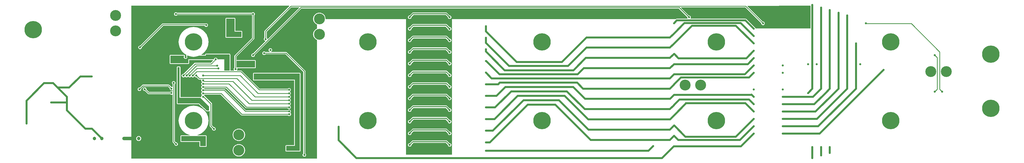
<source format=gbl>
G04*
G04 #@! TF.GenerationSoftware,Altium Limited,Altium Designer,18.1.9 (240)*
G04*
G04 Layer_Physical_Order=2*
G04 Layer_Color=16711680*
%FSLAX42Y42*%
%MOMM*%
G71*
G01*
G75*
%ADD13C,0.25*%
%ADD96C,0.70*%
%ADD99C,0.35*%
%ADD100C,1.20*%
%ADD101C,3.76*%
%ADD102C,6.00*%
%ADD103C,0.70*%
G36*
X19221Y15318D02*
X18378Y14475D01*
X18369Y14462D01*
X18366Y14447D01*
Y14222D01*
X18361Y14219D01*
X18348Y14199D01*
X18343Y14175D01*
X18348Y14151D01*
X18361Y14131D01*
X18381Y14118D01*
X18396Y14115D01*
X18400Y14101D01*
X17979Y13680D01*
X17974Y13682D01*
X17950Y13677D01*
X17930Y13664D01*
X17917Y13644D01*
X17912Y13620D01*
X17917Y13596D01*
X17930Y13576D01*
X17950Y13563D01*
X17974Y13558D01*
X17997Y13563D01*
X18017Y13576D01*
X18030Y13596D01*
X18035Y13620D01*
X18034Y13626D01*
X19640Y15231D01*
X32629D01*
X32925Y14936D01*
X32923Y14930D01*
X32928Y14906D01*
X32936Y14894D01*
X32929Y14882D01*
X32790D01*
X32560D01*
X32536Y14877D01*
X32526Y14870D01*
X24825Y14870D01*
Y10180D01*
X23235D01*
Y14870D01*
X20474Y14870D01*
X20469Y14875D01*
X20465Y14917D01*
X20453Y14957D01*
X20433Y14994D01*
X20407Y15027D01*
X20374Y15053D01*
X20337Y15073D01*
X20297Y15085D01*
X20255Y15089D01*
X20213Y15085D01*
X20173Y15073D01*
X20170Y15072D01*
D01*
X20164Y15069D01*
X20136Y15053D01*
X20103Y15027D01*
X20077Y14994D01*
X20057Y14957D01*
X20045Y14917D01*
X20041Y14875D01*
Y14875D01*
X20045Y14833D01*
X20057Y14793D01*
X20077Y14756D01*
X20103Y14723D01*
X20136Y14697D01*
X20170Y14678D01*
Y14538D01*
X20136Y14519D01*
X20103Y14493D01*
X20077Y14460D01*
X20057Y14423D01*
X20045Y14383D01*
X20041Y14341D01*
X20045Y14299D01*
X20057Y14259D01*
X20077Y14222D01*
X20103Y14189D01*
X20136Y14163D01*
X20170Y14144D01*
X20170Y10050D01*
X13785Y10050D01*
Y10685D01*
X13525Y10685D01*
Y10805D01*
X13785Y10805D01*
X13785Y15330D01*
X19216Y15330D01*
X19221Y15318D01*
D02*
G37*
G36*
X37168Y15319D02*
Y14870D01*
Y14545D01*
X35271D01*
X35269Y14547D01*
X35267Y14558D01*
X35254Y14578D01*
X34968Y14864D01*
X34948Y14877D01*
X34943Y14878D01*
X34924Y14882D01*
X33041Y14882D01*
X33034Y14894D01*
X33042Y14906D01*
X33047Y14930D01*
X33042Y14954D01*
X33029Y14974D01*
X33009Y14987D01*
X32985Y14992D01*
X32979Y14990D01*
X32706Y15264D01*
X32710Y15276D01*
X34919D01*
X35305Y14890D01*
X35470Y14726D01*
X35468Y14720D01*
X35473Y14696D01*
X35486Y14676D01*
X35506Y14663D01*
X35530Y14658D01*
X35554Y14663D01*
X35574Y14676D01*
X35587Y14696D01*
X35592Y14720D01*
X35587Y14744D01*
X35574Y14764D01*
X35554Y14777D01*
X35530Y14782D01*
X35524Y14780D01*
X35426Y14879D01*
D01*
X34990Y15315D01*
X34995Y15327D01*
X37159Y15328D01*
X37168Y15319D01*
D02*
G37*
G36*
X19563Y15264D02*
X18479Y14180D01*
X18465Y14184D01*
X18462Y14199D01*
X18449Y14219D01*
X18444Y14222D01*
Y14431D01*
X19289Y15276D01*
X19558D01*
X19563Y15264D01*
D02*
G37*
%LPC*%
G36*
X17975Y15107D02*
X17951Y15102D01*
X17931Y15089D01*
X17928Y15084D01*
X15362D01*
X15359Y15089D01*
X15339Y15102D01*
X15315Y15107D01*
X15291Y15102D01*
X15271Y15089D01*
X15258Y15069D01*
X15253Y15045D01*
X15258Y15021D01*
X15271Y15001D01*
X15291Y14988D01*
X15315Y14983D01*
X15339Y14988D01*
X15359Y15001D01*
X15362Y15006D01*
X17928D01*
X17931Y15001D01*
X17936Y14998D01*
Y14216D01*
X17343Y13622D01*
X17334Y13610D01*
X17331Y13595D01*
Y13187D01*
X17326Y13184D01*
X17313Y13164D01*
X17308Y13140D01*
X17313Y13116D01*
X17323Y13102D01*
X17317Y13089D01*
X17191D01*
Y13640D01*
X17189Y13650D01*
X17187Y13655D01*
X17181Y13663D01*
X17173Y13669D01*
X17163Y13671D01*
X16350D01*
X16340Y13669D01*
X16332Y13663D01*
X16326Y13655D01*
X16324Y13645D01*
Y13631D01*
X16253D01*
X16250Y13632D01*
X16247Y13631D01*
X16199D01*
X16195Y13644D01*
X16238Y13672D01*
X16288Y13717D01*
X16333Y13767D01*
X16370Y13823D01*
X16400Y13883D01*
X16421Y13947D01*
X16434Y14013D01*
X16439Y14080D01*
X16434Y14147D01*
X16421Y14213D01*
X16400Y14277D01*
X16370Y14337D01*
X16333Y14393D01*
X16288Y14443D01*
X16238Y14488D01*
X16182Y14525D01*
X16122Y14555D01*
X16058Y14576D01*
X15992Y14589D01*
X15925Y14594D01*
X15858Y14589D01*
X15792Y14576D01*
X15728Y14555D01*
X15668Y14525D01*
X15612Y14488D01*
X15562Y14443D01*
X15517Y14393D01*
X15480Y14337D01*
X15450Y14277D01*
X15429Y14213D01*
X15416Y14147D01*
X15411Y14080D01*
X15416Y14013D01*
X15429Y13947D01*
X15450Y13883D01*
X15480Y13823D01*
X15517Y13767D01*
X15562Y13717D01*
X15612Y13672D01*
X15668Y13635D01*
X15676Y13631D01*
X15679Y13628D01*
X15680Y13622D01*
X15680Y13615D01*
X15675Y13605D01*
X15674Y13601D01*
X15672Y13597D01*
Y13596D01*
X15672Y13595D01*
X15672Y13591D01*
Y13587D01*
X15673Y13586D01*
X15673Y13585D01*
X15675Y13581D01*
X15676Y13578D01*
X15683Y13568D01*
X15685Y13555D01*
X15682Y13542D01*
X15675Y13530D01*
X15663Y13522D01*
X15650Y13520D01*
X15637Y13523D01*
X15625Y13530D01*
X15617Y13542D01*
X15615Y13555D01*
X15618Y13568D01*
X15624Y13578D01*
X15625Y13581D01*
X15627Y13585D01*
X15627Y13586D01*
X15628Y13587D01*
Y13591D01*
X15628Y13595D01*
X15628Y13596D01*
Y13597D01*
X15626Y13601D01*
X15625Y13605D01*
X15618Y13617D01*
X15616Y13620D01*
X15614Y13623D01*
X15613Y13624D01*
X15612Y13625D01*
X15609Y13627D01*
X15605Y13629D01*
X15604Y13629D01*
X15603Y13630D01*
X15599Y13630D01*
X15595Y13631D01*
X15125D01*
X15115Y13629D01*
X15107Y13623D01*
X15101Y13615D01*
X15099Y13605D01*
Y13345D01*
X15101Y13335D01*
X15107Y13327D01*
X15115Y13321D01*
X15125Y13319D01*
X15745D01*
X15755Y13321D01*
X15763Y13327D01*
X15769Y13335D01*
X15771Y13345D01*
Y13449D01*
X16588D01*
X16593Y13437D01*
X16515Y13359D01*
X15980D01*
X15965Y13356D01*
X15953Y13347D01*
X15581Y12975D01*
X15575Y12977D01*
X15551Y12972D01*
X15531Y12959D01*
X15518Y12939D01*
X15513Y12915D01*
X15518Y12891D01*
X15531Y12871D01*
X15551Y12858D01*
X15575Y12853D01*
X15599Y12858D01*
X15619Y12871D01*
X15623Y12878D01*
X15636D01*
X15640Y12871D01*
X15660Y12858D01*
X15683Y12853D01*
X15707Y12858D01*
X15727Y12871D01*
X15731Y12878D01*
X15744D01*
X15748Y12871D01*
X15768Y12858D01*
X15792Y12853D01*
X15815Y12858D01*
X15835Y12871D01*
X15839Y12878D01*
X15852D01*
X15856Y12871D01*
X15876Y12858D01*
X15900Y12853D01*
X15924Y12858D01*
X15944Y12871D01*
X15951Y12882D01*
X15966D01*
X15973Y12871D01*
X15993Y12858D01*
X16017Y12853D01*
X16022Y12855D01*
X16089Y12788D01*
X16102Y12779D01*
X16117Y12776D01*
X16184D01*
X16192Y12763D01*
X16188Y12745D01*
X16193Y12721D01*
X16206Y12701D01*
X16216Y12695D01*
Y12683D01*
X16206Y12677D01*
X16193Y12657D01*
X16188Y12633D01*
X16193Y12609D01*
X16206Y12589D01*
X16216Y12583D01*
Y12571D01*
X16206Y12565D01*
X16193Y12545D01*
X16188Y12521D01*
X16193Y12497D01*
X16206Y12477D01*
X16216Y12471D01*
Y12459D01*
X16206Y12453D01*
X16193Y12433D01*
X16188Y12409D01*
X16193Y12385D01*
X16206Y12365D01*
X16216Y12359D01*
Y12347D01*
X16206Y12341D01*
X16193Y12321D01*
X16188Y12297D01*
X16193Y12273D01*
X16206Y12253D01*
X16216Y12247D01*
Y12235D01*
X16206Y12229D01*
X16193Y12209D01*
X16188Y12185D01*
X16191Y12173D01*
X16179Y12166D01*
X16175Y12169D01*
X16165Y12171D01*
X15471D01*
Y13167D01*
X15472Y13170D01*
X15471Y13173D01*
Y13205D01*
X15469Y13215D01*
X15463Y13223D01*
X15455Y13229D01*
X15445Y13231D01*
X15413D01*
X15410Y13232D01*
X15407Y13231D01*
X15375D01*
X15365Y13229D01*
X15357Y13223D01*
X15351Y13215D01*
X15349Y13205D01*
Y13173D01*
X15348Y13170D01*
X15349Y13167D01*
Y12145D01*
X15349Y12068D01*
X15348Y12065D01*
X15349Y12062D01*
X15349Y11962D01*
X15349Y11962D01*
X15349Y11962D01*
X15350Y11957D01*
X15351Y11952D01*
X15351Y11952D01*
X15351Y11952D01*
X15354Y11948D01*
X15357Y11943D01*
X15357Y11943D01*
X15357Y11943D01*
X15366Y11934D01*
X15366Y11934D01*
X15366Y11934D01*
X15370Y11932D01*
X15374Y11929D01*
X15374Y11929D01*
X15374Y11929D01*
X15379Y11928D01*
X15384Y11927D01*
X15384Y11927D01*
X15384Y11927D01*
X16103Y11931D01*
X16362Y11691D01*
X16366Y11689D01*
X16370Y11686D01*
X16370Y11686D01*
X16371Y11686D01*
X16375Y11685D01*
X16380Y11684D01*
X16446Y11684D01*
X16456Y11686D01*
X16464Y11692D01*
X16468Y11696D01*
X16481Y11691D01*
Y11180D01*
X16484Y11165D01*
X16493Y11153D01*
X16565Y11081D01*
X16563Y11075D01*
X16568Y11051D01*
X16581Y11031D01*
X16601Y11018D01*
X16625Y11013D01*
X16649Y11018D01*
X16669Y11031D01*
X16682Y11051D01*
X16687Y11075D01*
X16682Y11099D01*
X16669Y11119D01*
X16649Y11132D01*
X16625Y11137D01*
X16619Y11135D01*
X16559Y11196D01*
Y11940D01*
X16556Y11955D01*
X16547Y11967D01*
X16307Y12208D01*
X16307Y12209D01*
X16294Y12229D01*
X16284Y12235D01*
Y12247D01*
X16294Y12253D01*
X16297Y12258D01*
X16852D01*
X17558Y11553D01*
X17570Y11544D01*
X17585Y11541D01*
X19173D01*
X19176Y11536D01*
X19196Y11523D01*
X19220Y11518D01*
X19244Y11523D01*
X19264Y11536D01*
X19277Y11556D01*
X19282Y11580D01*
X19277Y11604D01*
X19264Y11624D01*
X19262Y11625D01*
X19260Y11639D01*
X19272Y11656D01*
X19277Y11680D01*
X19272Y11704D01*
X19259Y11724D01*
X19239Y11737D01*
X19215Y11742D01*
X19191Y11737D01*
X19171Y11724D01*
X19168Y11719D01*
X17725D01*
X17007Y12436D01*
X16995Y12445D01*
X16980Y12448D01*
X16297D01*
X16294Y12453D01*
X16284Y12459D01*
Y12471D01*
X16294Y12477D01*
X16297Y12482D01*
X17035D01*
X17715Y11803D01*
X17727Y11794D01*
X17742Y11791D01*
X19162D01*
X19171Y11778D01*
X19191Y11764D01*
X19215Y11760D01*
X19239Y11764D01*
X19259Y11778D01*
X19272Y11798D01*
X19277Y11821D01*
X19272Y11845D01*
X19259Y11865D01*
X19244Y11874D01*
X19244Y11889D01*
X19259Y11898D01*
X19272Y11918D01*
X19277Y11942D01*
X19272Y11966D01*
X19259Y11986D01*
X19244Y11995D01*
Y12010D01*
X19259Y12019D01*
X19272Y12039D01*
X19277Y12063D01*
X19272Y12086D01*
X19259Y12106D01*
X19244Y12116D01*
Y12130D01*
X19259Y12140D01*
X19272Y12160D01*
X19277Y12183D01*
X19272Y12207D01*
X19259Y12227D01*
X19244Y12236D01*
Y12251D01*
X19259Y12260D01*
X19272Y12280D01*
X19277Y12304D01*
X19272Y12328D01*
X19259Y12347D01*
X19244Y12357D01*
Y12372D01*
X19259Y12381D01*
X19272Y12401D01*
X19277Y12425D01*
X19272Y12448D01*
X19259Y12468D01*
X19239Y12481D01*
X19215Y12486D01*
X19191Y12481D01*
X19171Y12468D01*
X19168Y12463D01*
X18201D01*
X17587Y13077D01*
X17575Y13086D01*
X17560Y13089D01*
X17423D01*
X17417Y13102D01*
X17427Y13116D01*
X17432Y13140D01*
X17428Y13158D01*
X17436Y13171D01*
X18040D01*
X18050Y13173D01*
X18058Y13179D01*
X18064Y13187D01*
X18066Y13197D01*
Y13425D01*
X18064Y13435D01*
X18058Y13443D01*
X18050Y13449D01*
X18040Y13451D01*
X17409D01*
Y13579D01*
X18002Y14173D01*
X18011Y14185D01*
X18014Y14200D01*
Y14998D01*
X18019Y15001D01*
X18032Y15021D01*
X18037Y15045D01*
X18032Y15069D01*
X18019Y15089D01*
X17999Y15102D01*
X17975Y15107D01*
D02*
G37*
G36*
X24625Y15094D02*
X23480D01*
X23463Y15090D01*
X23449Y15081D01*
X23365Y14997D01*
X23341Y14992D01*
X23321Y14979D01*
X23308Y14959D01*
X23303Y14935D01*
X23308Y14912D01*
X23321Y14892D01*
X23341Y14878D01*
X23365Y14874D01*
X23389Y14878D01*
X23409Y14892D01*
X23422Y14912D01*
X23427Y14935D01*
X23498Y15006D01*
X24607D01*
X24678Y14935D01*
X24683Y14912D01*
X24696Y14892D01*
X24716Y14878D01*
X24740Y14874D01*
X24764Y14878D01*
X24784Y14892D01*
X24797Y14912D01*
X24802Y14935D01*
X24797Y14959D01*
X24784Y14979D01*
X24764Y14992D01*
X24740Y14997D01*
X24656Y15081D01*
X24642Y15090D01*
X24625Y15094D01*
D02*
G37*
G36*
X16360Y14722D02*
X16336Y14717D01*
X16334Y14716D01*
X14869Y14716D01*
X14854Y14713D01*
X14842Y14704D01*
X14088Y13950D01*
X14082Y13952D01*
X14059Y13947D01*
X14039Y13934D01*
X14026Y13914D01*
X14021Y13890D01*
X14026Y13866D01*
X14039Y13846D01*
X14059Y13833D01*
X14082Y13828D01*
X14106Y13833D01*
X14126Y13846D01*
X14139Y13866D01*
X14144Y13890D01*
X14143Y13896D01*
X14885Y14638D01*
X16303Y14638D01*
X16303Y14636D01*
X16316Y14616D01*
X16336Y14603D01*
X16360Y14598D01*
X16384Y14603D01*
X16404Y14616D01*
X16417Y14636D01*
X16422Y14660D01*
X16417Y14684D01*
X16404Y14704D01*
X16384Y14717D01*
X16360Y14722D01*
D02*
G37*
G36*
X24620Y14694D02*
X23481D01*
X23465Y14690D01*
X23450Y14681D01*
X23365Y14595D01*
X23341Y14591D01*
X23321Y14577D01*
X23308Y14557D01*
X23303Y14534D01*
X23308Y14510D01*
X23321Y14490D01*
X23341Y14477D01*
X23365Y14472D01*
X23389Y14477D01*
X23409Y14490D01*
X23422Y14510D01*
X23427Y14533D01*
X23499Y14606D01*
X24602D01*
X24678Y14530D01*
X24683Y14506D01*
X24696Y14486D01*
X24716Y14473D01*
X24740Y14468D01*
X24764Y14473D01*
X24784Y14486D01*
X24797Y14506D01*
X24802Y14530D01*
X24797Y14554D01*
X24784Y14574D01*
X24764Y14587D01*
X24740Y14592D01*
X24651Y14681D01*
X24637Y14690D01*
X24620Y14694D01*
D02*
G37*
G36*
X17335Y14911D02*
X17050D01*
X17040Y14909D01*
X17031Y14903D01*
X17026Y14895D01*
X17024Y14885D01*
Y14250D01*
X17026Y14240D01*
X17031Y14232D01*
X17040Y14226D01*
X17050Y14224D01*
X17575D01*
X17585Y14226D01*
X17593Y14232D01*
X17599Y14240D01*
X17601Y14250D01*
Y14435D01*
X17599Y14445D01*
X17593Y14453D01*
X17585Y14459D01*
X17575Y14461D01*
X17361D01*
Y14885D01*
X17359Y14895D01*
X17353Y14903D01*
X17345Y14909D01*
X17335Y14911D01*
D02*
G37*
G36*
X24627Y14289D02*
X23478D01*
X23461Y14285D01*
X23447Y14276D01*
X23365Y14194D01*
X23341Y14189D01*
X23321Y14176D01*
X23308Y14156D01*
X23303Y14132D01*
X23308Y14109D01*
X23321Y14089D01*
X23341Y14076D01*
X23365Y14071D01*
X23389Y14076D01*
X23409Y14089D01*
X23422Y14109D01*
X23427Y14132D01*
X23496Y14201D01*
X24609D01*
X24678Y14132D01*
X24683Y14109D01*
X24696Y14089D01*
X24716Y14075D01*
X24740Y14071D01*
X24764Y14075D01*
X24784Y14089D01*
X24797Y14109D01*
X24802Y14132D01*
X24797Y14156D01*
X24784Y14176D01*
X24764Y14189D01*
X24740Y14194D01*
X24658Y14276D01*
X24644Y14285D01*
X24627Y14289D01*
D02*
G37*
G36*
X18570Y13862D02*
X18546Y13857D01*
X18526Y13844D01*
X18513Y13824D01*
X18508Y13800D01*
X18513Y13776D01*
X18526Y13756D01*
X18546Y13743D01*
X18554Y13742D01*
X18553Y13729D01*
X18402D01*
X18399Y13734D01*
X18379Y13747D01*
X18355Y13752D01*
X18331Y13747D01*
X18311Y13734D01*
X18298Y13714D01*
X18293Y13690D01*
X18298Y13666D01*
X18311Y13646D01*
X18331Y13633D01*
X18355Y13628D01*
X18379Y13633D01*
X18399Y13646D01*
X18402Y13651D01*
X19094D01*
X19701Y13044D01*
Y10224D01*
X19696Y10221D01*
X19683Y10201D01*
X19678Y10177D01*
X19683Y10154D01*
X19696Y10134D01*
X19716Y10120D01*
X19740Y10116D01*
X19764Y10120D01*
X19784Y10134D01*
X19797Y10154D01*
X19802Y10177D01*
X19797Y10201D01*
X19784Y10221D01*
X19779Y10224D01*
Y13060D01*
X19776Y13075D01*
X19767Y13088D01*
X19137Y13717D01*
X19125Y13726D01*
X19110Y13729D01*
X18587D01*
X18586Y13742D01*
X18594Y13743D01*
X18614Y13756D01*
X18627Y13776D01*
X18632Y13800D01*
X18627Y13824D01*
X18614Y13844D01*
X18594Y13857D01*
X18570Y13862D01*
D02*
G37*
G36*
X24626Y13889D02*
X23479D01*
X23462Y13885D01*
X23448Y13876D01*
X23365Y13793D01*
X23341Y13788D01*
X23321Y13775D01*
X23308Y13755D01*
X23303Y13731D01*
X23308Y13707D01*
X23321Y13687D01*
X23341Y13674D01*
X23365Y13669D01*
X23389Y13674D01*
X23409Y13687D01*
X23422Y13707D01*
X23427Y13731D01*
X23497Y13801D01*
X24608D01*
X24678Y13731D01*
X24683Y13707D01*
X24696Y13687D01*
X24716Y13674D01*
X24740Y13669D01*
X24764Y13674D01*
X24784Y13687D01*
X24797Y13707D01*
X24802Y13731D01*
X24797Y13755D01*
X24784Y13775D01*
X24764Y13788D01*
X24740Y13792D01*
X24657Y13876D01*
X24643Y13885D01*
X24626Y13889D01*
D02*
G37*
G36*
X24625Y13489D02*
X23480D01*
X23464Y13485D01*
X23449Y13476D01*
X23365Y13391D01*
X23341Y13386D01*
X23321Y13373D01*
X23308Y13353D01*
X23303Y13330D01*
X23308Y13306D01*
X23321Y13286D01*
X23341Y13273D01*
X23365Y13268D01*
X23389Y13273D01*
X23409Y13286D01*
X23422Y13306D01*
X23427Y13329D01*
X23499Y13401D01*
X24607D01*
X24678Y13329D01*
X24683Y13306D01*
X24696Y13286D01*
X24716Y13273D01*
X24740Y13268D01*
X24764Y13273D01*
X24784Y13286D01*
X24797Y13306D01*
X24802Y13330D01*
X24797Y13353D01*
X24784Y13373D01*
X24764Y13387D01*
X24740Y13391D01*
X24656Y13476D01*
X24641Y13485D01*
X24625Y13489D01*
D02*
G37*
G36*
X24628Y13084D02*
X23477D01*
X23460Y13080D01*
X23446Y13071D01*
X23365Y12990D01*
X23341Y12985D01*
X23321Y12972D01*
X23308Y12952D01*
X23303Y12928D01*
X23308Y12905D01*
X23321Y12885D01*
X23341Y12871D01*
X23365Y12867D01*
X23389Y12871D01*
X23409Y12885D01*
X23422Y12905D01*
X23427Y12928D01*
X23495Y12996D01*
X24610D01*
X24678Y12928D01*
X24683Y12905D01*
X24696Y12885D01*
X24716Y12871D01*
X24740Y12867D01*
X24764Y12871D01*
X24784Y12885D01*
X24797Y12905D01*
X24802Y12928D01*
X24797Y12952D01*
X24784Y12972D01*
X24764Y12985D01*
X24740Y12990D01*
X24659Y13071D01*
X24645Y13080D01*
X24628Y13084D01*
D02*
G37*
G36*
X15240Y12727D02*
X15216Y12722D01*
X15196Y12709D01*
X15183Y12689D01*
X15178Y12665D01*
X15183Y12641D01*
X15196Y12621D01*
X15201Y12618D01*
Y12527D01*
X15190Y12521D01*
X15189Y12522D01*
X15165Y12527D01*
X15159Y12525D01*
X15092Y12592D01*
X15080Y12601D01*
X15065Y12604D01*
X14180D01*
X14165Y12601D01*
X14153Y12592D01*
X14066Y12505D01*
X14060Y12507D01*
X14036Y12502D01*
X14016Y12489D01*
X14003Y12469D01*
X13998Y12445D01*
X14003Y12421D01*
X14016Y12401D01*
X14036Y12388D01*
X14060Y12383D01*
X14084Y12388D01*
X14104Y12401D01*
X14117Y12421D01*
X14122Y12445D01*
X14120Y12451D01*
X14196Y12526D01*
X15049D01*
X15105Y12471D01*
X15103Y12465D01*
X15108Y12441D01*
X15121Y12421D01*
X15141Y12408D01*
X15165Y12403D01*
X15189Y12408D01*
X15190Y12409D01*
X15201Y12403D01*
Y12377D01*
X15190Y12371D01*
X15189Y12372D01*
X15165Y12377D01*
X15141Y12372D01*
X15121Y12359D01*
X15118Y12354D01*
X14389D01*
X14304Y12439D01*
X14305Y12445D01*
X14300Y12469D01*
X14287Y12489D01*
X14267Y12502D01*
X14243Y12507D01*
X14220Y12502D01*
X14200Y12489D01*
X14186Y12469D01*
X14182Y12445D01*
X14186Y12421D01*
X14200Y12401D01*
X14220Y12388D01*
X14243Y12383D01*
X14249Y12385D01*
X14346Y12288D01*
X14358Y12279D01*
X14373Y12276D01*
X15118D01*
X15121Y12271D01*
X15141Y12258D01*
X15165Y12253D01*
X15189Y12258D01*
X15190Y12259D01*
X15201Y12253D01*
Y10635D01*
X15204Y10620D01*
X15213Y10608D01*
X15265Y10556D01*
X15263Y10550D01*
X15268Y10526D01*
X15281Y10506D01*
X15301Y10493D01*
X15325Y10488D01*
X15349Y10493D01*
X15369Y10506D01*
X15382Y10526D01*
X15387Y10550D01*
X15382Y10574D01*
X15369Y10594D01*
X15349Y10607D01*
X15325Y10612D01*
X15319Y10610D01*
X15279Y10651D01*
Y12618D01*
X15284Y12621D01*
X15297Y12641D01*
X15302Y12665D01*
X15297Y12689D01*
X15284Y12709D01*
X15264Y12722D01*
X15240Y12727D01*
D02*
G37*
G36*
X24627Y12684D02*
X23478D01*
X23461Y12680D01*
X23447Y12671D01*
X23365Y12588D01*
X23341Y12584D01*
X23321Y12570D01*
X23308Y12550D01*
X23303Y12527D01*
X23308Y12503D01*
X23321Y12483D01*
X23341Y12470D01*
X23365Y12465D01*
X23389Y12470D01*
X23409Y12483D01*
X23422Y12503D01*
X23427Y12527D01*
X23496Y12596D01*
X24609D01*
X24678Y12527D01*
X24683Y12503D01*
X24696Y12483D01*
X24716Y12470D01*
X24740Y12465D01*
X24764Y12470D01*
X24784Y12483D01*
X24797Y12503D01*
X24802Y12527D01*
X24797Y12550D01*
X24784Y12570D01*
X24764Y12584D01*
X24740Y12588D01*
X24658Y12671D01*
X24644Y12680D01*
X24627Y12684D01*
D02*
G37*
G36*
X24626Y12284D02*
X23479D01*
X23463Y12280D01*
X23448Y12271D01*
X23365Y12187D01*
X23341Y12182D01*
X23321Y12169D01*
X23308Y12149D01*
X23303Y12126D01*
X23308Y12102D01*
X23321Y12082D01*
X23341Y12069D01*
X23365Y12064D01*
X23389Y12069D01*
X23409Y12082D01*
X23422Y12102D01*
X23427Y12125D01*
X23498Y12196D01*
X24607D01*
X24678Y12125D01*
X24683Y12102D01*
X24696Y12082D01*
X24716Y12069D01*
X24740Y12064D01*
X24764Y12069D01*
X24784Y12082D01*
X24797Y12102D01*
X24802Y12126D01*
X24797Y12149D01*
X24784Y12169D01*
X24764Y12182D01*
X24740Y12187D01*
X24656Y12271D01*
X24642Y12280D01*
X24626Y12284D01*
D02*
G37*
G36*
X24624Y11884D02*
X23481D01*
X23464Y11880D01*
X23450Y11871D01*
X23365Y11786D01*
X23341Y11781D01*
X23321Y11768D01*
X23308Y11748D01*
X23303Y11724D01*
X23308Y11701D01*
X23321Y11681D01*
X23341Y11667D01*
X23365Y11663D01*
X23389Y11667D01*
X23409Y11681D01*
X23422Y11701D01*
X23427Y11724D01*
X23499Y11796D01*
X24606D01*
X24678Y11724D01*
X24683Y11701D01*
X24696Y11681D01*
X24716Y11667D01*
X24740Y11663D01*
X24764Y11667D01*
X24784Y11681D01*
X24797Y11701D01*
X24802Y11724D01*
X24797Y11748D01*
X24784Y11768D01*
X24764Y11781D01*
X24740Y11786D01*
X24655Y11871D01*
X24641Y11880D01*
X24624Y11884D01*
D02*
G37*
G36*
X24626Y11484D02*
X23482D01*
X23465Y11480D01*
X23451Y11471D01*
X23365Y11384D01*
X23341Y11380D01*
X23321Y11366D01*
X23308Y11346D01*
X23303Y11323D01*
X23308Y11299D01*
X23321Y11279D01*
X23341Y11266D01*
X23365Y11261D01*
X23389Y11266D01*
X23409Y11279D01*
X23422Y11299D01*
X23427Y11322D01*
X23500Y11396D01*
X24605D01*
X24678Y11322D01*
X24683Y11299D01*
X24696Y11279D01*
X24716Y11266D01*
X24740Y11261D01*
X24764Y11266D01*
X24784Y11279D01*
X24797Y11299D01*
X24802Y11323D01*
X24797Y11346D01*
X24784Y11366D01*
X24764Y11380D01*
X24740Y11384D01*
X24662Y11463D01*
X24656Y11471D01*
X24642Y11480D01*
X24626Y11484D01*
D02*
G37*
G36*
X24626Y11079D02*
X23479D01*
X23462Y11075D01*
X23448Y11066D01*
X23365Y10983D01*
X23341Y10978D01*
X23321Y10965D01*
X23308Y10945D01*
X23303Y10921D01*
X23308Y10898D01*
X23321Y10878D01*
X23341Y10865D01*
X23365Y10860D01*
X23389Y10865D01*
X23409Y10878D01*
X23422Y10898D01*
X23427Y10921D01*
X23497Y10991D01*
X24608D01*
X24678Y10921D01*
X24683Y10898D01*
X24696Y10878D01*
X24716Y10865D01*
X24740Y10860D01*
X24764Y10865D01*
X24784Y10878D01*
X24797Y10898D01*
X24802Y10921D01*
X24797Y10945D01*
X24784Y10965D01*
X24764Y10978D01*
X24740Y10983D01*
X24657Y11066D01*
X24643Y11075D01*
X24626Y11079D01*
D02*
G37*
G36*
X14035Y10831D02*
X14013Y10828D01*
X13992Y10820D01*
X13974Y10806D01*
X13960Y10788D01*
X13952Y10767D01*
X13949Y10745D01*
X13952Y10723D01*
X13960Y10702D01*
X13974Y10684D01*
X13992Y10670D01*
X14013Y10662D01*
X14035Y10659D01*
X14057Y10662D01*
X14078Y10670D01*
X14096Y10684D01*
X14110Y10702D01*
X14118Y10723D01*
X14121Y10745D01*
X14118Y10767D01*
X14110Y10788D01*
X14096Y10806D01*
X14078Y10820D01*
X14057Y10828D01*
X14035Y10831D01*
D02*
G37*
G36*
X17485Y11083D02*
X17443Y11079D01*
X17403Y11067D01*
X17366Y11047D01*
X17333Y11021D01*
X17307Y10988D01*
X17287Y10951D01*
X17275Y10911D01*
X17271Y10869D01*
X17275Y10827D01*
X17287Y10787D01*
X17307Y10750D01*
X17333Y10717D01*
X17366Y10691D01*
X17403Y10671D01*
X17443Y10659D01*
X17485Y10655D01*
X17527Y10659D01*
X17567Y10671D01*
X17604Y10691D01*
X17637Y10717D01*
X17663Y10750D01*
X17683Y10787D01*
X17695Y10827D01*
X17699Y10869D01*
X17695Y10911D01*
X17683Y10951D01*
X17663Y10988D01*
X17637Y11021D01*
X17604Y11047D01*
X17567Y11067D01*
X17527Y11079D01*
X17485Y11083D01*
D02*
G37*
G36*
X24625Y10679D02*
X23480D01*
X23463Y10675D01*
X23449Y10666D01*
X23365Y10582D01*
X23341Y10577D01*
X23321Y10564D01*
X23308Y10544D01*
X23303Y10520D01*
X23308Y10497D01*
X23321Y10477D01*
X23341Y10463D01*
X23365Y10459D01*
X23389Y10463D01*
X23409Y10477D01*
X23422Y10497D01*
X23427Y10520D01*
X23498Y10591D01*
X24607D01*
X24678Y10520D01*
X24683Y10497D01*
X24696Y10477D01*
X24716Y10463D01*
X24740Y10459D01*
X24764Y10463D01*
X24784Y10477D01*
X24797Y10497D01*
X24802Y10520D01*
X24797Y10544D01*
X24784Y10564D01*
X24764Y10577D01*
X24740Y10582D01*
X24656Y10666D01*
X24642Y10675D01*
X24625Y10679D01*
D02*
G37*
G36*
X15925Y11874D02*
X15858Y11869D01*
X15792Y11856D01*
X15728Y11835D01*
X15668Y11805D01*
X15612Y11768D01*
X15562Y11723D01*
X15517Y11673D01*
X15480Y11617D01*
X15450Y11557D01*
X15429Y11493D01*
X15416Y11427D01*
X15411Y11360D01*
X15416Y11293D01*
X15429Y11227D01*
X15450Y11163D01*
X15480Y11103D01*
X15517Y11047D01*
X15562Y10997D01*
X15612Y10952D01*
X15668Y10915D01*
X15728Y10885D01*
X15792Y10864D01*
X15793Y10864D01*
X15792Y10851D01*
X15500D01*
X15490Y10849D01*
X15482Y10843D01*
X15476Y10835D01*
X15474Y10825D01*
Y10650D01*
X15476Y10640D01*
X15482Y10632D01*
X15490Y10626D01*
X15500Y10624D01*
X16124D01*
Y10478D01*
X16126Y10468D01*
X16132Y10459D01*
X16140Y10454D01*
X16150Y10452D01*
X16350D01*
X16360Y10454D01*
X16368Y10459D01*
X16374Y10468D01*
X16376Y10478D01*
Y10820D01*
X16374Y10830D01*
X16372Y10835D01*
X16366Y10843D01*
X16358Y10849D01*
X16348Y10851D01*
X16058D01*
X16057Y10864D01*
X16058Y10864D01*
X16122Y10885D01*
X16182Y10915D01*
X16238Y10952D01*
X16288Y10997D01*
X16333Y11047D01*
X16370Y11103D01*
X16400Y11163D01*
X16421Y11227D01*
X16434Y11293D01*
X16439Y11360D01*
X16434Y11427D01*
X16421Y11493D01*
X16400Y11557D01*
X16370Y11617D01*
X16333Y11673D01*
X16288Y11723D01*
X16238Y11768D01*
X16182Y11805D01*
X16122Y11835D01*
X16058Y11856D01*
X15992Y11869D01*
X15925Y11874D01*
D02*
G37*
G36*
X19580Y13010D02*
X18000Y13010D01*
X17990Y13008D01*
X17982Y13003D01*
X17976Y12994D01*
X17974Y12984D01*
X17974Y12775D01*
X17976Y12765D01*
X17982Y12757D01*
X17990Y12751D01*
X18000Y12749D01*
X19389Y12749D01*
X19389Y10511D01*
X19115D01*
X19105Y10509D01*
X19097Y10503D01*
X19091Y10495D01*
X19089Y10485D01*
Y10320D01*
X19091Y10310D01*
X19097Y10302D01*
X19105Y10296D01*
X19115Y10294D01*
X19497D01*
X19580Y10294D01*
X19590Y10296D01*
X19598Y10302D01*
X19598Y10302D01*
X19604Y10310D01*
X19606Y10320D01*
X19606Y10476D01*
X19606Y10476D01*
X19606Y12984D01*
X19604Y12994D01*
X19598Y13003D01*
X19590Y13008D01*
X19580Y13010D01*
D02*
G37*
G36*
X17485Y10549D02*
X17443Y10545D01*
X17403Y10533D01*
X17366Y10513D01*
X17333Y10487D01*
X17307Y10454D01*
X17287Y10417D01*
X17275Y10377D01*
X17271Y10335D01*
X17275Y10293D01*
X17287Y10253D01*
X17307Y10216D01*
X17333Y10183D01*
X17366Y10157D01*
X17403Y10137D01*
X17443Y10125D01*
X17485Y10121D01*
X17527Y10125D01*
X17567Y10137D01*
X17604Y10157D01*
X17637Y10183D01*
X17663Y10216D01*
X17683Y10253D01*
X17695Y10293D01*
X17699Y10335D01*
X17695Y10377D01*
X17683Y10417D01*
X17663Y10454D01*
X17637Y10487D01*
X17604Y10513D01*
X17567Y10533D01*
X17527Y10545D01*
X17485Y10549D01*
D02*
G37*
%LPD*%
G36*
X17165Y13640D02*
Y13089D01*
X16980D01*
Y13475D01*
X16747D01*
X16743Y13499D01*
X16729Y13519D01*
X16709Y13532D01*
X16686Y13537D01*
X16662Y13532D01*
X16642Y13519D01*
X16629Y13499D01*
X16624Y13475D01*
X15745D01*
Y13345D01*
X15125D01*
Y13605D01*
X15595D01*
X15602Y13592D01*
X15593Y13579D01*
X15588Y13555D01*
X15593Y13531D01*
X15606Y13511D01*
X15626Y13498D01*
X15650Y13493D01*
X15674Y13498D01*
X15694Y13511D01*
X15707Y13531D01*
X15712Y13555D01*
X15707Y13579D01*
X15698Y13592D01*
X15705Y13605D01*
X15729D01*
X15792Y13584D01*
X15858Y13571D01*
X15925Y13566D01*
X15992Y13571D01*
X16058Y13584D01*
X16121Y13605D01*
X16350D01*
Y13645D01*
X17163D01*
X17165Y13640D01*
D02*
G37*
G36*
X18040Y13197D02*
X17409D01*
Y13425D01*
X18040D01*
Y13197D01*
D02*
G37*
G36*
X15445Y12145D02*
X16165D01*
X16455Y11855D01*
Y11719D01*
X16446Y11710D01*
X16380Y11710D01*
X16113Y11957D01*
X15384Y11953D01*
X15375Y11962D01*
X15375Y12145D01*
Y13205D01*
X15445D01*
Y12145D01*
D02*
G37*
G36*
X17335Y14435D02*
X17575D01*
Y14250D01*
X17050D01*
Y14885D01*
X17335D01*
Y14435D01*
D02*
G37*
G36*
X16350Y10820D02*
Y10478D01*
X16150D01*
Y10650D01*
X15500D01*
Y10825D01*
X16348D01*
X16350Y10820D01*
D02*
G37*
G36*
X19580Y10476D02*
X19580Y10476D01*
X19580Y10320D01*
X19580D01*
Y10320D01*
X19497Y10320D01*
X19115D01*
Y10485D01*
X19415D01*
X19415Y12775D01*
X18000Y12775D01*
X18000Y12984D01*
X19580Y12984D01*
X19580Y10476D01*
D02*
G37*
D13*
X14373Y12315D02*
X15165D01*
X14243Y12445D02*
X14373Y12315D01*
X41615Y12445D02*
Y13735D01*
X40635Y14715D02*
X41615Y13735D01*
X39075Y14715D02*
X40635D01*
X41446Y13618D02*
X41530Y13535D01*
Y12444D02*
Y13535D01*
X41446Y12360D02*
X41530Y12444D01*
X16980Y12409D02*
X17709Y11680D01*
X19215D01*
X19740Y10177D02*
Y13060D01*
X17742Y11830D02*
X19215D01*
X17051Y12521D02*
X17742Y11830D01*
X19110Y13690D02*
X19740Y13060D01*
X17837Y11942D02*
X19215D01*
X17146Y12633D02*
X17837Y11942D01*
X14869Y14677D02*
X16343Y14677D01*
X14082Y13890D02*
X14869Y14677D01*
X17975Y14200D02*
Y15045D01*
X17370Y13595D02*
X17975Y14200D01*
X19273Y15315D02*
X34935D01*
X18405Y14447D02*
X19273Y15315D01*
X34935D02*
X35530Y14720D01*
X41615Y12445D02*
X41700Y12360D01*
X32645Y15270D02*
X32985Y14930D01*
X19624Y15270D02*
X32645D01*
X17932Y12063D02*
X19215D01*
X17280Y12715D02*
X17932Y12063D01*
X18044Y12183D02*
X19215D01*
X17412Y12815D02*
X18044Y12183D01*
X16117Y12815D02*
X17412D01*
X16250Y12633D02*
X17146D01*
X17530Y12915D02*
X18141Y12304D01*
X19215D01*
X16868Y12297D02*
X17585Y11580D01*
X19220D01*
X18405Y14175D02*
Y14447D01*
X17974Y13620D02*
X19624Y15270D01*
X17370Y13140D02*
Y13595D01*
X16531Y13320D02*
X16686Y13475D01*
X15980Y13320D02*
X16531D01*
X16023Y13255D02*
X16740D01*
X15683Y12915D02*
X16023Y13255D01*
X16035Y13050D02*
X17560D01*
X16042Y13165D02*
X16780D01*
X16250Y12915D02*
X17530D01*
X15792D02*
X16042Y13165D01*
X15575Y12915D02*
X15980Y13320D01*
X16275Y12185D02*
X16520Y11940D01*
Y11180D02*
Y11940D01*
Y11180D02*
X16625Y11075D01*
X39070Y14720D02*
X39075Y14715D01*
X16343Y14677D02*
X16360Y14660D01*
X18355Y13690D02*
X19110D01*
X16250Y12297D02*
X16868D01*
X16280Y12715D02*
X17280D01*
X18185Y12425D02*
X19215D01*
X17560Y13050D02*
X18185Y12425D01*
X15900Y12915D02*
X16035Y13050D01*
X16250Y12409D02*
X16980D01*
X16250Y12521D02*
X17051D01*
X16250Y12185D02*
X16275D01*
X16250Y12745D02*
X16280Y12715D01*
X15315Y15045D02*
X17975D01*
X16017Y12915D02*
X16117Y12815D01*
X15240Y10635D02*
X15325Y10550D01*
X15240Y10635D02*
Y12665D01*
X15065Y12565D02*
X15165Y12465D01*
X14180Y12565D02*
X15065D01*
X14060Y12445D02*
X14180Y12565D01*
D96*
X11562Y11718D02*
X12195Y11085D01*
X11562Y11718D02*
Y11990D01*
Y12183D01*
X11025Y11990D02*
X11562D01*
X11242Y12503D02*
X11562Y12183D01*
X12025Y12885D02*
X12420D01*
X11643Y12503D02*
X12025Y12885D01*
X11242Y12503D02*
X11643D01*
X12425Y11085D02*
X12765Y10745D01*
X12195Y11085D02*
X12425D01*
X11090Y12655D02*
X11242Y12503D01*
X10780Y12655D02*
X11090D01*
X29000Y12520D02*
X29405Y12115D01*
X26660Y12520D02*
X29000D01*
X26356Y12216D02*
X26660Y12520D01*
X26465Y12670D02*
X29132D01*
X26412Y12617D02*
X26465Y12670D01*
X25990Y12617D02*
X26412D01*
X20915Y10682D02*
Y11145D01*
X37830Y12460D02*
Y15175D01*
X37680Y12310D02*
X37830Y12460D01*
X10175Y12050D02*
X10780Y12655D01*
X10175Y11255D02*
Y12050D01*
X21532Y10065D02*
X32050D01*
X20915Y10682D02*
X21532Y10065D01*
X38580Y12310D02*
X38735Y12465D01*
Y14030D01*
X31588Y10320D02*
X31745Y10478D01*
X25990Y10320D02*
X31588D01*
X32325Y10695D02*
X32465Y10835D01*
X29595Y10695D02*
X32325D01*
X28375Y11915D02*
X29595Y10695D01*
X27431Y11915D02*
X28375D01*
X26126Y10610D02*
X27431Y11915D01*
X25990Y10610D02*
X26126D01*
X32327Y11050D02*
X32465Y11188D01*
X29520Y11050D02*
X32327D01*
X28505Y12065D02*
X29520Y11050D01*
X27285Y12065D02*
X28505D01*
X26231Y11011D02*
X27285Y12065D01*
X25990Y11011D02*
X26231D01*
X32330Y11405D02*
X32465Y11540D01*
X29515Y11405D02*
X32330D01*
X28704Y12216D02*
X29515Y11405D01*
X27086Y12216D02*
X28704D01*
X26283Y11413D02*
X27086Y12216D01*
X25990Y11413D02*
X26283D01*
X32325Y11755D02*
X32465Y11895D01*
X29395Y11755D02*
X32325D01*
X28780Y12370D02*
X29395Y11755D01*
X26860Y12370D02*
X28780D01*
X26304Y11814D02*
X26860Y12370D01*
X25990Y11814D02*
X26304D01*
X32325Y12465D02*
X32465Y12605D01*
X29337Y12465D02*
X32325D01*
X29132Y12670D02*
X29337Y12465D01*
X32330Y12115D02*
X32465Y12250D01*
X29405Y12115D02*
X32330D01*
X25990Y12216D02*
X26356D01*
X32325Y12820D02*
X32465Y12960D01*
X26188Y12820D02*
X32325D01*
X25990Y13018D02*
X26188Y12820D01*
X32327Y13175D02*
X32465Y13312D01*
X29360Y13175D02*
X32327D01*
X29145Y12960D02*
X29360Y13175D01*
X26460Y12960D02*
X29145D01*
X26000Y13420D02*
X26460Y12960D01*
X25990Y13420D02*
X26000D01*
X32325Y13525D02*
X32465Y13665D01*
X29430Y13525D02*
X32325D01*
X29005Y13100D02*
X29430Y13525D01*
X26635Y13100D02*
X29005D01*
X25990Y13745D02*
X26635Y13100D01*
X25990Y13745D02*
Y13821D01*
X32327Y13880D02*
X32465Y14018D01*
X29455Y13880D02*
X32327D01*
X28820Y13245D02*
X29455Y13880D01*
X26790Y13245D02*
X28820D01*
X25990Y14045D02*
X26790Y13245D01*
X25990Y14045D02*
Y14222D01*
X32325Y14230D02*
X32465Y14370D01*
X29455Y14230D02*
X32325D01*
X28610Y13385D02*
X29455Y14230D01*
X27050Y13385D02*
X28610D01*
X25990Y14445D02*
X27050Y13385D01*
X25990Y14445D02*
Y14624D01*
X32465Y14725D02*
X32560Y14820D01*
X32458Y10472D02*
X32465D01*
X32050Y10065D02*
X32458Y10472D01*
X32465D02*
X34773D01*
X32465Y10835D02*
X32610Y10690D01*
X32465Y11188D02*
X32473D01*
X32860Y10800D01*
X32465Y11540D02*
X32877Y11953D01*
Y11960D01*
X32465Y11895D02*
Y11903D01*
X32652Y12090D01*
X35125Y12250D02*
X35133Y12257D01*
X32465Y12250D02*
X35125D01*
X32465Y12605D02*
Y12612D01*
X32702Y12850D01*
X32465Y12960D02*
X34906D01*
X32465Y13312D02*
X35005D01*
X32465Y13665D02*
X32473D01*
X32623Y13515D01*
X32465Y14018D02*
X33088Y14640D01*
X33220D01*
X32465Y14370D02*
X32825Y14730D01*
X33010D01*
X32560Y14820D02*
X32790D01*
X33220Y14640D02*
X34596Y14640D01*
X32790Y14820D02*
X34924Y14820D01*
X35210Y14534D01*
X34596Y14640D02*
X35210Y14026D01*
X37530Y10155D02*
Y10445D01*
X37230Y10065D02*
Y10445D01*
X37830Y10245D02*
Y10445D01*
X34773Y10472D02*
X35210Y10910D01*
X34736Y10690D02*
X35210Y11164D01*
X32610Y10690D02*
X34736D01*
X32860Y10800D02*
X34592D01*
X35210Y11418D01*
X34922Y11960D02*
X35210Y11672D01*
X32877Y11960D02*
X34922D01*
X35046Y12090D02*
X35210Y11926D01*
X32652Y12090D02*
X35046D01*
X35133Y12257D02*
X35210Y12180D01*
X35050Y12850D02*
X35210Y13010D01*
X32702Y12850D02*
X35050D01*
X34906Y12960D02*
X35210Y13264D01*
X35005Y13312D02*
X35210Y13518D01*
X32623Y13515D02*
X34953D01*
X35210Y13772D01*
X34760Y14730D02*
X35210Y14280D01*
X33010Y14730D02*
X34760Y14730D01*
X38880Y12310D02*
X39685Y13115D01*
X37080Y12310D02*
X37230Y12460D01*
X38280Y12310D02*
X38430Y12460D01*
Y14995D01*
X37980Y12310D02*
X38130Y12460D01*
Y15085D01*
X37380Y12310D02*
X37530Y12460D01*
Y15265D01*
X37230Y12460D02*
Y15355D01*
X36210Y10908D02*
X37478D01*
X36210Y11162D02*
X37432D01*
X37386Y11416D02*
X38280Y12310D01*
X36210Y11416D02*
X37386D01*
X37340Y11670D02*
X37980Y12310D01*
X36210Y11670D02*
X37340D01*
X37294Y11924D02*
X37680Y12310D01*
X36210Y11924D02*
X37294D01*
X37248Y12178D02*
X37380Y12310D01*
X36210Y12178D02*
X37248D01*
X37432Y11162D02*
X38580Y12310D01*
X37478Y10908D02*
X38880Y12310D01*
D99*
X23480Y10635D02*
X24625D01*
X23365Y10520D02*
X23480Y10635D01*
X24625D02*
X24740Y10520D01*
X24626Y11035D02*
X24740Y10921D01*
X23479Y11035D02*
X24626D01*
X23365Y10921D02*
X23479Y11035D01*
X24626Y11437D02*
X24740Y11323D01*
X24626Y11437D02*
Y11440D01*
X23482D02*
X24626D01*
X23365Y11323D02*
X23482Y11440D01*
X24624Y11840D02*
X24740Y11724D01*
X23481Y11840D02*
X24624D01*
X23365Y11724D02*
X23481Y11840D01*
X24626Y12240D02*
X24740Y12126D01*
X23479Y12240D02*
X24626D01*
X23365Y12126D02*
X23479Y12240D01*
X24627Y12640D02*
X24740Y12527D01*
X23478Y12640D02*
X24627D01*
X23365Y12527D02*
X23478Y12640D01*
X24628Y13040D02*
X24740Y12928D01*
X23477Y13040D02*
X24628D01*
X23365Y12928D02*
X23477Y13040D01*
X24625Y13445D02*
X24740Y13330D01*
X23480Y13445D02*
X24625D01*
X23365Y13330D02*
X23480Y13445D01*
X24626Y13845D02*
X24740Y13731D01*
X23479Y13845D02*
X24626D01*
X23365Y13731D02*
X23479Y13845D01*
X24627Y14245D02*
X24740Y14132D01*
X23478Y14245D02*
X24627D01*
X23365Y14132D02*
X23478Y14245D01*
X24620Y14650D02*
X24740Y14530D01*
X23481Y14650D02*
X24620D01*
X23365Y14534D02*
X23481Y14650D01*
X24625Y15050D02*
X24740Y14935D01*
X23480Y15050D02*
X24625D01*
X23365Y14935D02*
X23480Y15050D01*
D100*
X14035Y10745D02*
D03*
X13527D02*
D03*
X12765D02*
D03*
X12511D02*
D03*
D101*
X33379Y12590D02*
D03*
X32845D02*
D03*
X17485Y10335D02*
D03*
Y10869D02*
D03*
X41306Y13050D02*
D03*
X41840D02*
D03*
X13240Y14995D02*
D03*
Y14461D02*
D03*
X20255Y14341D02*
D03*
Y14875D02*
D03*
D102*
X33925Y11360D02*
D03*
X39925D02*
D03*
X43375Y13655D02*
D03*
X39925Y14080D02*
D03*
X33925D02*
D03*
X27925D02*
D03*
X21925D02*
D03*
X15925D02*
D03*
X10400Y14500D02*
D03*
X15925Y11360D02*
D03*
X21925D02*
D03*
X27925D02*
D03*
X43375Y11785D02*
D03*
D103*
X11562Y11990D02*
D03*
X12420Y12885D02*
D03*
X11242Y12503D02*
D03*
X11025Y11990D02*
D03*
X36215Y14858D02*
D03*
X20915Y11145D02*
D03*
X17415Y14841D02*
D03*
X15612Y12460D02*
D03*
X14243Y12445D02*
D03*
X15145Y11615D02*
D03*
X14716Y14095D02*
D03*
X19215Y11680D02*
D03*
X16720Y11580D02*
D03*
X13837Y12185D02*
D03*
X10780Y12655D02*
D03*
X13985Y11590D02*
D03*
X13855Y12887D02*
D03*
X14035Y10205D02*
D03*
X13935D02*
D03*
X14142D02*
D03*
X13935Y10305D02*
D03*
X14035D02*
D03*
X14142D02*
D03*
X20030Y12845D02*
D03*
Y12952D02*
D03*
Y13052D02*
D03*
X19740Y10177D02*
D03*
X19215Y11821D02*
D03*
X19930Y12845D02*
D03*
Y13052D02*
D03*
Y12952D02*
D03*
X38735Y14030D02*
D03*
X16020Y12523D02*
D03*
X15725Y12240D02*
D03*
X18325Y12589D02*
D03*
X18485Y13993D02*
D03*
X18106Y14095D02*
D03*
X17645Y14104D02*
D03*
X17819Y14575D02*
D03*
X15030Y12387D02*
D03*
X19185Y15080D02*
D03*
X18914Y11151D02*
D03*
X41446Y13618D02*
D03*
Y12360D02*
D03*
X33340Y14930D02*
D03*
X32740D02*
D03*
X32985D02*
D03*
X15650Y13555D02*
D03*
X18860Y11755D02*
D03*
X15105Y10110D02*
D03*
Y10521D02*
D03*
X18970Y13357D02*
D03*
X18695Y12530D02*
D03*
X13889Y13885D02*
D03*
X19215Y12063D02*
D03*
Y12183D02*
D03*
X19220Y11580D02*
D03*
X18914Y11420D02*
D03*
X13831Y12505D02*
D03*
X17493Y14345D02*
D03*
X17190Y14780D02*
D03*
X18405Y14175D02*
D03*
X14082Y13890D02*
D03*
X17460Y13340D02*
D03*
X17955Y13275D02*
D03*
X16686Y13475D02*
D03*
X16740Y13255D02*
D03*
X16780Y13165D02*
D03*
X15200Y13423D02*
D03*
X16250Y13570D02*
D03*
X17370Y13140D02*
D03*
X17245D02*
D03*
X17974Y13620D02*
D03*
X17085Y13140D02*
D03*
X16391Y11775D02*
D03*
X15410Y13170D02*
D03*
Y12065D02*
D03*
X35530Y14720D02*
D03*
X39070D02*
D03*
X41700Y12360D02*
D03*
X16360Y14660D02*
D03*
X18570Y13800D02*
D03*
X18355Y13690D02*
D03*
X16260Y10605D02*
D03*
X15607Y10745D02*
D03*
X19235Y10402D02*
D03*
X19505Y12600D02*
D03*
X18700Y12885D02*
D03*
X18145Y12907D02*
D03*
X31745Y10478D02*
D03*
X25990Y10320D02*
D03*
Y10610D02*
D03*
Y11011D02*
D03*
Y11413D02*
D03*
Y11814D02*
D03*
Y12216D02*
D03*
Y12617D02*
D03*
Y13018D02*
D03*
Y13420D02*
D03*
Y13821D02*
D03*
Y14222D02*
D03*
Y14624D02*
D03*
X24740Y10520D02*
D03*
Y10921D02*
D03*
Y11323D02*
D03*
Y11724D02*
D03*
Y12126D02*
D03*
Y12527D02*
D03*
Y12928D02*
D03*
Y13330D02*
D03*
Y13731D02*
D03*
Y14132D02*
D03*
Y14530D02*
D03*
Y14935D02*
D03*
X24390Y14935D02*
D03*
Y10520D02*
D03*
Y10921D02*
D03*
Y11323D02*
D03*
Y11724D02*
D03*
Y12126D02*
D03*
Y12527D02*
D03*
Y12928D02*
D03*
Y13330D02*
D03*
Y13730D02*
D03*
Y14132D02*
D03*
Y14535D02*
D03*
X23365Y10520D02*
D03*
Y10921D02*
D03*
Y11323D02*
D03*
Y11724D02*
D03*
Y12126D02*
D03*
Y12527D02*
D03*
Y12928D02*
D03*
Y13330D02*
D03*
Y13731D02*
D03*
Y14132D02*
D03*
Y14534D02*
D03*
Y14935D02*
D03*
X10175Y11255D02*
D03*
X19215Y11942D02*
D03*
X16250Y12745D02*
D03*
X16250Y12521D02*
D03*
Y12297D02*
D03*
Y12409D02*
D03*
Y12633D02*
D03*
X16250Y12185D02*
D03*
X16625Y11075D02*
D03*
X17975Y15045D02*
D03*
X15315D02*
D03*
X15792Y12915D02*
D03*
X15900D02*
D03*
X15683D02*
D03*
X15325Y10550D02*
D03*
X15240Y12665D02*
D03*
X15575Y12915D02*
D03*
X19215Y12304D02*
D03*
Y12425D02*
D03*
X16250Y12915D02*
D03*
X16017D02*
D03*
X15165Y12315D02*
D03*
Y12465D02*
D03*
X14060Y12445D02*
D03*
X37530Y10155D02*
D03*
X37230Y10065D02*
D03*
X32465Y10472D02*
D03*
Y10835D02*
D03*
Y11188D02*
D03*
Y11540D02*
D03*
Y11895D02*
D03*
Y12250D02*
D03*
Y12605D02*
D03*
Y12960D02*
D03*
Y13312D02*
D03*
Y13665D02*
D03*
Y14018D02*
D03*
Y14370D02*
D03*
Y14725D02*
D03*
X39685Y13115D02*
D03*
X35210Y14280D02*
D03*
Y14026D02*
D03*
Y13772D02*
D03*
Y13518D02*
D03*
Y13264D02*
D03*
Y13010D02*
D03*
Y12180D02*
D03*
Y11926D02*
D03*
Y11672D02*
D03*
Y11418D02*
D03*
Y11164D02*
D03*
Y10910D02*
D03*
Y14534D02*
D03*
Y12434D02*
D03*
X36210Y12432D02*
D03*
X38430Y14995D02*
D03*
X38130Y15085D02*
D03*
X37830Y15175D02*
D03*
X37530Y15265D02*
D03*
X37230Y15355D02*
D03*
X37080Y12310D02*
D03*
X37380D02*
D03*
X37830Y10445D02*
D03*
X37530D02*
D03*
X37230D02*
D03*
X37830Y10245D02*
D03*
X37980Y12310D02*
D03*
X37680D02*
D03*
X36210Y10908D02*
D03*
Y11162D02*
D03*
Y11416D02*
D03*
Y11670D02*
D03*
Y11924D02*
D03*
Y12178D02*
D03*
Y13008D02*
D03*
Y13262D02*
D03*
X38880Y12310D02*
D03*
X38580D02*
D03*
X38280D02*
D03*
X38880Y13305D02*
D03*
X37380D02*
D03*
X37080D02*
D03*
M02*

</source>
